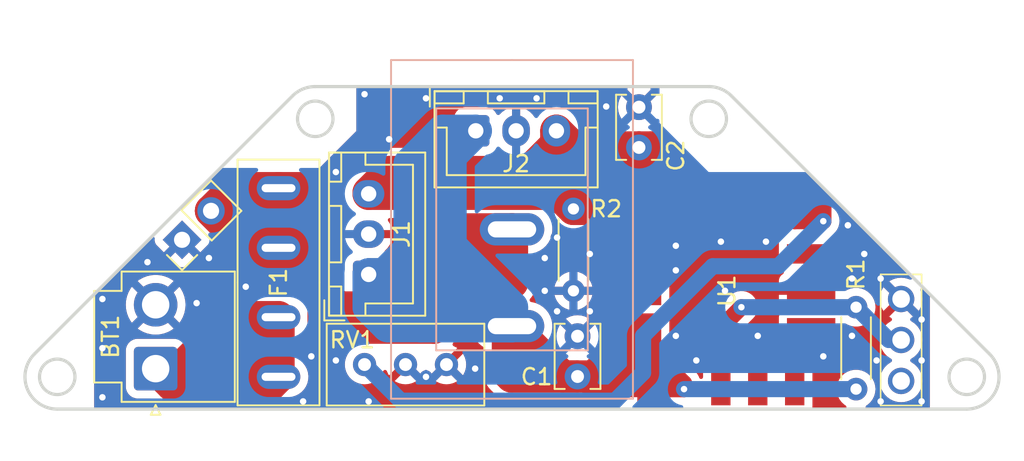
<source format=kicad_pcb>
(kicad_pcb (version 20221018) (generator pcbnew)
  (layers (0 "F.Cu" signal) (31 "B.Cu" signal) (34 "B.Paste" user) (35 "F.Paste" user) (36 "B.SilkS" user "B.Silkscreen") (37 "F.SilkS" user "F.Silkscreen") (38 "B.Mask" user) (39 "F.Mask" user) (44 "Edge.Cuts" user))
  (net 0 "")
  (net 1 "Net-(BT1-+)")
  (net 2 "GND")
  (net 3 "+12V")
  (net 4 "+5V")
  (net 5 "Net-(D1-K)")
  (net 6 "Net-(U1-ON{slash}OFF_CTRL)")
  (net 7 "Net-(U1-TRIM)")
  (footprint "Capacitor_THT:C_Disc_D3.8mm_W2.6mm_P2.50mm" (layer "F.Cu") (at 160.274 82.55 90)
    (fp_text reference "C2" (at -0.508 2.286 90) (layer "F.SilkS"))
    (fp_text value "C")
    (fp_line (start -0.77 -1.42) (end -0.77 -0.795) (stroke (width 0.12)) (layer "F.SilkS"))
    (fp_line (start -0.77 -1.42) (end 3.27 -1.42) (stroke (width 0.12)) (layer "F.SilkS"))
    (fp_line (start -0.77 0.795) (end -0.77 1.42) (stroke (width 0.12)) (layer "F.SilkS"))
    (fp_line (start -0.77 1.42) (end 3.27 1.42) (stroke (width 0.12)) (layer "F.SilkS"))
    (fp_line (start 3.27 -1.42) (end 3.27 -0.795) (stroke (width 0.12)) (layer "F.SilkS"))
    (fp_line (start 3.27 0.795) (end 3.27 1.42) (stroke (width 0.12)) (layer "F.SilkS"))
    (pad "1" thru_hole circle (at 0 0 90) (size 1.6 1.6) (drill 0.8) (layers "*.Cu" "*.Mask") (net 4 "+5V"))
    (pad "2" thru_hole circle (at 2.5 0 90) (size 1.6 1.6) (drill 0.8) (layers "*.Cu" "*.Mask") (net 2 "GND"))
  )
  (footprint "Capacitor_THT:C_Disc_D3.8mm_W2.6mm_P2.50mm" (layer "F.Cu") (at 156.464 96.754 90)
    (fp_text reference "C1" (at -0.02 -2.54 180) (layer "F.SilkS"))
    (fp_text value "C")
    (fp_line (start -0.77 -1.42) (end -0.77 -0.795) (stroke (width 0.12)) (layer "F.SilkS"))
    (fp_line (start -0.77 -1.42) (end 3.27 -1.42) (stroke (width 0.12)) (layer "F.SilkS"))
    (fp_line (start -0.77 0.795) (end -0.77 1.42) (stroke (width 0.12)) (layer "F.SilkS"))
    (fp_line (start -0.77 1.42) (end 3.27 1.42) (stroke (width 0.12)) (layer "F.SilkS"))
    (fp_line (start 3.27 -1.42) (end 3.27 -0.795) (stroke (width 0.12)) (layer "F.SilkS"))
    (fp_line (start 3.27 0.795) (end 3.27 1.42) (stroke (width 0.12)) (layer "F.SilkS"))
    (pad "1" thru_hole circle (at 0 0 90) (size 1.6 1.6) (drill 0.8) (layers "*.Cu" "*.Mask") (net 3 "+12V"))
    (pad "2" thru_hole circle (at 2.5 0 90) (size 1.6 1.6) (drill 0.8) (layers "*.Cu" "*.Mask") (net 2 "GND"))
  )
  (footprint "Resistor_THT:R_Axial_DIN0204_L3.6mm_D1.6mm_P5.08mm_Horizontal" (layer "F.Cu") (at 173.736 97.536 90)
    (fp_text reference "R1" (at 7.112 0 90) (layer "F.SilkS"))
    (fp_text value "R")
    (fp_line (start 0.62 -0.92) (end 4.46 -0.92) (stroke (width 0.12)) (layer "F.SilkS"))
    (fp_line (start 0.62 0.92) (end 4.46 0.92) (stroke (width 0.12)) (layer "F.SilkS"))
    (pad "1" thru_hole circle (at 0 0 90) (size 1.4 1.4) (drill 0.7) (layers "*.Cu" "*.Mask") (net 3 "+12V"))
    (pad "2" thru_hole oval (at 5.08 0 90) (size 1.4 1.4) (drill 0.7) (layers "*.Cu" "*.Mask") (net 6 "Net-(U1-ON{slash}OFF_CTRL)"))
  )
  (footprint "_Others:2MS1T2B4M2QES" (layer "F.Cu") (at 176.53 91.948 180)
    (fp_text reference "SW1" hide)
    (fp_text value "~" hide)
    (fp_line (start -1.27 -6.605) (end -1.27 1.525) (stroke (width 0.1)) (layer "F.SilkS"))
    (fp_line (start -1.27 1.525) (end 1.27 1.525) (stroke (width 0.1)) (layer "F.SilkS"))
    (fp_line (start 1.27 -6.605) (end -1.27 -6.605) (stroke (width 0.1)) (layer "F.SilkS"))
    (fp_line (start 1.27 1.525) (end 1.27 -6.605) (stroke (width 0.1)) (layer "F.SilkS"))
    (pad "1" thru_hole circle (at 0 0 180) (size 1.635 1.635) (drill 1.09) (layers "*.Cu" "*.Mask") (net 2 "GND"))
    (pad "2" thru_hole circle (at 0 -2.54 180) (size 1.635 1.635) (drill 1.09) (layers "*.Cu" "*.Mask") (net 6 "Net-(U1-ON{slash}OFF_CTRL)"))
    (pad "3" thru_hole circle (at 0 -5.08 180) (size 1.635 1.635) (drill 1.09) (layers "*.Cu" "*.Mask"))
  )
  (footprint "Connector_PinHeader_2.54mm:PinHeader_1x02_P2.54mm_Vertical" (layer "F.Cu") (at 131.940439 88.277562 135)
    (fp_text reference "MES1" hide)
    (fp_text value "24v MAX")
    (fp_line (start -1.33 -1.33) (end 0 -1.33) (stroke (width 0.12)) (layer "F.SilkS"))
    (fp_line (start -1.33 0) (end -1.33 -1.33) (stroke (width 0.12)) (layer "F.SilkS"))
    (fp_line (start -1.33 1.27) (end -1.33 3.87) (stroke (width 0.12)) (layer "F.SilkS"))
    (fp_line (start -1.33 1.27) (end 1.33 1.27) (stroke (width 0.12)) (layer "F.SilkS"))
    (fp_line (start -1.33 3.87) (end 1.33 3.87) (stroke (width 0.12)) (layer "F.SilkS"))
    (fp_line (start 1.33 1.27) (end 1.33 3.87) (stroke (width 0.12)) (layer "F.SilkS"))
    (pad "1" thru_hole rect (at 0 0 135) (size 1.7 1.7) (drill 1) (layers "*.Cu" "*.Mask") (net 2 "GND"))
    (pad "2" thru_hole oval (at 0 2.54 135) (size 1.7 1.7) (drill 1) (layers "*.Cu" "*.Mask") (net 5 "Net-(D1-K)"))
  )
  (footprint "Connector_JST:JST_XH_B3B-XH-A_1x03_P2.50mm_Vertical" (layer "F.Cu") (at 143.51 90.424 90)
    (fp_text reference "J1" (at 2.5 2.032 90) (layer "F.SilkS"))
    (fp_text value "Conn_01x03_Socket" hide)
    (fp_line (start -2.85 -2.75) (end -2.85 -1.5) (stroke (width 0.12)) (layer "F.SilkS"))
    (fp_line (start -2.56 -2.46) (end -2.56 3.51) (stroke (width 0.12)) (layer "F.SilkS"))
    (fp_line (start -2.56 3.51) (end 7.56 3.51) (stroke (width 0.12)) (layer "F.SilkS"))
    (fp_line (start -2.55 -2.45) (end -2.55 -1.7) (stroke (width 0.12)) (layer "F.SilkS"))
    (fp_line (start -2.55 -1.7) (end -0.75 -1.7) (stroke (width 0.12)) (layer "F.SilkS"))
    (fp_line (start -2.55 -0.2) (end -1.8 -0.2) (stroke (width 0.12)) (layer "F.SilkS"))
    (fp_line (start -1.8 -0.2) (end -1.8 2.75) (stroke (width 0.12)) (layer "F.SilkS"))
    (fp_line (start -1.8 2.75) (end 2.5 2.75) (stroke (width 0.12)) (layer "F.SilkS"))
    (fp_line (start -1.6 -2.75) (end -2.85 -2.75) (stroke (width 0.12)) (layer "F.SilkS"))
    (fp_line (start -0.75 -2.45) (end -2.55 -2.45) (stroke (width 0.12)) (layer "F.SilkS"))
    (fp_line (start -0.75 -1.7) (end -0.75 -2.45) (stroke (width 0.12)) (layer "F.SilkS"))
    (fp_line (start 0.75 -2.45) (end 0.75 -1.7) (stroke (width 0.12)) (layer "F.SilkS"))
    (fp_line (start 0.75 -1.7) (end 4.25 -1.7) (stroke (width 0.12)) (layer "F.SilkS"))
    (fp_line (start 4.25 -2.45) (end 0.75 -2.45) (stroke (width 0.12)) (layer "F.SilkS"))
    (fp_line (start 4.25 -1.7) (end 4.25 -2.45) (stroke (width 0.12)) (layer "F.SilkS"))
    (fp_line (start 5.75 -2.45) (end 5.75 -1.7) (stroke (width 0.12)) (layer "F.SilkS"))
    (fp_line (start 5.75 -1.7) (end 7.55 -1.7) (stroke (width 0.12)) (layer "F.SilkS"))
    (fp_line (start 6.8 -0.2) (end 6.8 2.75) (stroke (width 0.12)) (layer "F.SilkS"))
    (fp_line (start 6.8 2.75) (end 2.5 2.75) (stroke (width 0.12)) (layer "F.SilkS"))
    (fp_line (start 7.55 -2.45) (end 5.75 -2.45) (stroke (width 0.12)) (layer "F.SilkS"))
    (fp_line (start 7.55 -1.7) (end 7.55 -2.45) (stroke (width 0.12)) (layer "F.SilkS"))
    (fp_line (start 7.55 -0.2) (end 6.8 -0.2) (stroke (width 0.12)) (layer "F.SilkS"))
    (fp_line (start 7.56 -2.46) (end -2.56 -2.46) (stroke (width 0.12)) (layer "F.SilkS"))
    (fp_line (start 7.56 3.51) (end 7.56 -2.46) (stroke (width 0.12)) (layer "F.SilkS"))
    (pad "1" thru_hole roundrect (at 0 0 90) (size 1.7 1.95) (drill 0.95) (layers "*.Cu" "*.Mask") (roundrect_rratio 0.1470588235) (net 3 "+12V"))
    (pad "2" thru_hole oval (at 2.5 0 90) (size 1.7 1.95) (drill 0.95) (layers "*.Cu" "*.Mask") (net 2 "GND"))
    (pad "3" thru_hole oval (at 5 0 90) (size 1.7 1.95) (drill 0.95) (layers "*.Cu" "*.Mask") (net 4 "+5V"))
  )
  (footprint "Fuse_Socket:fuse_socket" (layer "F.Cu") (at 135.382 90.924 90)
    (fp_text reference "F1" (at -0.008 2.54 90) (layer "F.SilkS"))
    (fp_text value "20A")
    (fp_line (start -7.62 0) (end -7.62 5.08) (stroke (width 0.12)) (layer "F.SilkS"))
    (fp_line (start -7.62 5.08) (end 0 5.08) (stroke (width 0.12)) (layer "F.SilkS"))
    (fp_line (start 0 0) (end -7.62 0) (stroke (width 0.12)) (layer "F.SilkS"))
    (fp_line (start 0 5.08) (end 7.62 5.08) (stroke (width 0.12)) (layer "F.SilkS"))
    (fp_line (start 7.62 0) (end 0 0) (stroke (width 0.12)) (layer "F.SilkS"))
    (fp_line (start 7.62 5.08) (end 7.62 0) (stroke (width 0.12)) (layer "F.SilkS"))
    (pad "1" thru_hole oval (at -5.85 2.54 90) (size 1.5 2.7) (drill oval 0.5 2.1) (layers "*.Cu" "*.Mask") (net 1 "Net-(BT1-+)"))
    (pad "1" thru_hole oval (at -2.15 2.54 90) (size 1.5 2.7) (drill oval 0.5 2.1) (layers "*.Cu" "*.Mask") (net 1 "Net-(BT1-+)"))
    (pad "2" thru_hole oval (at 2.15 2.54 90) (size 1.5 2.7) (drill oval 0.5 2.1) (layers "*.Cu" "*.Mask") (net 5 "Net-(D1-K)"))
    (pad "2" thru_hole oval (at 5.85 2.54 90) (size 1.5 2.7) (drill oval 0.5 2.1) (layers "*.Cu" "*.Mask") (net 5 "Net-(D1-K)"))
  )
  (footprint "Resistor_THT:R_Axial_DIN0204_L3.6mm_D1.6mm_P5.08mm_Horizontal" (layer "F.Cu") (at 156.21 86.36 -90)
    (fp_text reference "R2" (at 0 -2.032 -180) (layer "F.SilkS"))
    (fp_text value "R")
    (fp_line (start 0.62 -0.92) (end 4.46 -0.92) (stroke (width 0.12)) (layer "F.SilkS"))
    (fp_line (start 0.62 0.92) (end 4.46 0.92) (stroke (width 0.12)) (layer "F.SilkS"))
    (pad "1" thru_hole circle (at 0 0 270) (size 1.4 1.4) (drill 0.7) (layers "*.Cu" "*.Mask") (net 4 "+5V"))
    (pad "2" thru_hole oval (at 5.08 0 270) (size 1.4 1.4) (drill 0.7) (layers "*.Cu" "*.Mask") (net 2 "GND"))
  )
  (footprint "Connector_JST:JST_VH_B2P-VH_1x02_P3.96mm_Vertical" (layer "F.Cu") (at 130.302 96.266 90)
    (fp_text reference "BT1" (at 1.98 -2.794 90) (layer "F.SilkS"))
    (fp_text value "3Sell 1300mAh")
    (fp_line (start -2.86 -0.3) (end -2.26 0) (stroke (width 0.12)) (layer "F.SilkS"))
    (fp_line (start -2.86 0.3) (end -2.86 -0.3) (stroke (width 0.12)) (layer "F.SilkS"))
    (fp_line (start -2.26 0) (end -2.86 0.3) (stroke (width 0.12)) (layer "F.SilkS"))
    (fp_line (start -2.06 -2.11) (end -0.86 -2.11) (stroke (width 0.12)) (layer "F.SilkS"))
    (fp_line (start -2.06 4.91) (end -2.06 -2.11) (stroke (width 0.12)) (layer "F.SilkS"))
    (fp_line (start -0.86 -3.81) (end 4.82 -3.81) (stroke (width 0.12)) (layer "F.SilkS"))
    (fp_line (start -0.86 -2.11) (end -0.86 -3.81) (stroke (width 0.12)) (layer "F.SilkS"))
    (fp_line (start 4.82 -3.81) (end 4.82 -2.11) (stroke (width 0.12)) (layer "F.SilkS"))
    (fp_line (start 4.82 -2.11) (end 6.02 -2.11) (stroke (width 0.12)) (layer "F.SilkS"))
    (fp_line (start 6.02 -2.11) (end 6.02 4.91) (stroke (width 0.12)) (layer "F.SilkS"))
    (fp_line (start 6.02 4.91) (end -2.06 4.91) (stroke (width 0.12)) (layer "F.SilkS"))
    (pad "1" thru_hole roundrect (at 0 0 90) (size 2.7 2.7) (drill 1.7) (layers "*.Cu" "*.Mask") (roundrect_rratio 0.09259296296) (net 1 "Net-(BT1-+)"))
    (pad "2" thru_hole circle (at 3.96 0 90) (size 2.7 2.7) (drill 1.7) (layers "*.Cu" "*.Mask") (net 2 "GND"))
  )
  (footprint "Connector_JST:JST_XH_B3B-XH-A_1x03_P2.50mm_Vertical" (layer "F.Cu") (at 150.154 81.517)
    (fp_text reference "J2" (at 2.5 2.049) (layer "F.SilkS"))
    (fp_text value "Conn_01x03_Socket" hide)
    (fp_line (start -2.85 -2.75) (end -2.85 -1.5) (stroke (width 0.12)) (layer "F.SilkS"))
    (fp_line (start -2.56 -2.46) (end -2.56 3.51) (stroke (width 0.12)) (layer "F.SilkS"))
    (fp_line (start -2.56 3.51) (end 7.56 3.51) (stroke (width 0.12)) (layer "F.SilkS"))
    (fp_line (start -2.55 -2.45) (end -2.55 -1.7) (stroke (width 0.12)) (layer "F.SilkS"))
    (fp_line (start -2.55 -1.7) (end -0.75 -1.7) (stroke (width 0.12)) (layer "F.SilkS"))
    (fp_line (start -2.55 -0.2) (end -1.8 -0.2) (stroke (width 0.12)) (layer "F.SilkS"))
    (fp_line (start -1.8 -0.2) (end -1.8 2.75) (stroke (width 0.12)) (layer "F.SilkS"))
    (fp_line (start -1.8 2.75) (end 2.5 2.75) (stroke (width 0.12)) (layer "F.SilkS"))
    (fp_line (start -1.6 -2.75) (end -2.85 -2.75) (stroke (width 0.12)) (layer "F.SilkS"))
    (fp_line (start -0.75 -2.45) (end -2.55 -2.45) (stroke (width 0.12)) (layer "F.SilkS"))
    (fp_line (start -0.75 -1.7) (end -0.75 -2.45) (stroke (width 0.12)) (layer "F.SilkS"))
    (fp_line (start 0.75 -2.45) (end 0.75 -1.7) (stroke (width 0.12)) (layer "F.SilkS"))
    (fp_line (start 0.75 -1.7) (end 4.25 -1.7) (stroke (width 0.12)) (layer "F.SilkS"))
    (fp_line (start 4.25 -2.45) (end 0.75 -2.45) (stroke (width 0.12)) (layer "F.SilkS"))
    (fp_line (start 4.25 -1.7) (end 4.25 -2.45) (stroke (width 0.12)) (layer "F.SilkS"))
    (fp_line (start 5.75 -2.45) (end 5.75 -1.7) (stroke (width 0.12)) (layer "F.SilkS"))
    (fp_line (start 5.75 -1.7) (end 7.55 -1.7) (stroke (width 0.12)) (layer "F.SilkS"))
    (fp_line (start 6.8 -0.2) (end 6.8 2.75) (stroke (width 0.12)) (layer "F.SilkS"))
    (fp_line (start 6.8 2.75) (end 2.5 2.75) (stroke (width 0.12)) (layer "F.SilkS"))
    (fp_line (start 7.55 -2.45) (end 5.75 -2.45) (stroke (width 0.12)) (layer "F.SilkS"))
    (fp_line (start 7.55 -1.7) (end 7.55 -2.45) (stroke (width 0.12)) (layer "F.SilkS"))
    (fp_line (start 7.55 -0.2) (end 6.8 -0.2) (stroke (width 0.12)) (layer "F.SilkS"))
    (fp_line (start 7.56 -2.46) (end -2.56 -2.46) (stroke (width 0.12)) (layer "F.SilkS"))
    (fp_line (start 7.56 3.51) (end 7.56 -2.46) (stroke (width 0.12)) (layer "F.SilkS"))
    (pad "1" thru_hole roundrect (at 0 0) (size 1.7 1.95) (drill 0.95) (layers "*.Cu" "*.Mask") (roundrect_rratio 0.1470588235) (net 3 "+12V"))
    (pad "2" thru_hole oval (at 2.5 0) (size 1.7 1.95) (drill 0.95) (layers "*.Cu" "*.Mask") (net 2 "GND"))
    (pad "3" thru_hole oval (at 5 0) (size 1.7 1.95) (drill 0.95) (layers "*.Cu" "*.Mask") (net 4 "+5V"))
  )
  (footprint "Potentiometer_THT:Potentiometer_Bourns_3296W_Vertical" (layer "F.Cu") (at 148.336 96.012)
    (fp_text reference "RV1" (at -5.842 -1.524) (layer "F.SilkS"))
    (fp_text value "R_Potentiometer_Trim_US")
    (fp_line (start -7.425 -2.53) (end -7.425 2.54) (stroke (width 0.12)) (layer "F.SilkS"))
    (fp_line (start -7.425 -2.53) (end 2.345 -2.53) (stroke (width 0.12)) (layer "F.SilkS"))
    (fp_line (start -7.425 2.54) (end 2.345 2.54) (stroke (width 0.12)) (layer "F.SilkS"))
    (fp_line (start 2.345 -2.53) (end 2.345 2.54) (stroke (width 0.12)) (layer "F.SilkS"))
    (pad "1" thru_hole circle (at 0 0) (size 1.44 1.44) (drill 0.8) (layers "*.Cu" "*.Mask") (net 2 "GND"))
    (pad "2" thru_hole circle (at -2.54 0) (size 1.44 1.44) (drill 0.8) (layers "*.Cu" "*.Mask") (net 2 "GND"))
    (pad "3" thru_hole circle (at -5.08 0) (size 1.44 1.44) (drill 0.8) (layers "*.Cu" "*.Mask") (net 7 "Net-(U1-TRIM)"))
  )
  (footprint "Lib:DCDC-murata-6A" (layer "F.Cu") (at 171.45 97.54 90)
    (fp_text reference "U1" (at 6.096 -5.715 90) (layer "F.SilkS"))
    (fp_text value "OKL-T_6-W12N-C")
    (pad "1" smd trapezoid (at 0.5 -6.1 90) (size 3 1.2) (layers "F.Cu" "F.Paste" "F.Mask") (net 6 "Net-(U1-ON{slash}OFF_CTRL)"))
    (pad "2" smd trapezoid (at 0.5 -10.68 90) (size 3 1.2) (layers "F.Cu" "F.Paste" "F.Mask") (net 3 "+12V"))
    (pad "2" smd trapezoid (at 2.665 -10.68 90) (size 4.07 1.77) (layers "F.Cu" "F.Paste" "F.Mask") (net 3 "+12V"))
    (pad "2" smd trapezoid (at 3.81 -11.7 90) (size 1.2 3) (layers "F.Cu" "F.Paste" "F.Mask") (net 3 "+12V"))
    (pad "3" smd trapezoid (at 6.1 -11.7 90) (size 1.2 3) (layers "F.Cu" "F.Paste" "F.Mask") (net 2 "GND"))
    (pad "3" smd trapezoid (at 7.245 -10.68 90) (size 4.07 1.77) (layers "F.Cu" "F.Paste" "F.Mask") (net 2 "GND"))
    (pad "3" smd trapezoid (at 8.39 -11.7 90) (size 1.2 3) (layers "F.Cu" "F.Paste" "F.Mask") (net 2 "GND"))
    (pad "4" smd trapezoid (at 10.7 -9.535 90) (size 1.77 4.07) (layers "F.Cu" "F.Paste" "F.Mask") (net 4 "+5V"))
    (pad "4" smd trapezoid (at 11.7 -10.68 90) (size 3 1.2) (layers "F.Cu" "F.Paste" "F.Mask") (net 4 "+5V"))
    (pad "5" smd trapezoid (at 11.7 -6.1 90) (size 3 1.2) (layers "F.Cu" "F.Paste" "F.Mask") (net 4 "+5V"))
    (pad "6" smd trapezoid (at 11.7 -1.52 90) (size 3 1.2) (layers "F.Cu" "F.Paste" "F.Mask") (net 7 "Net-(U1-TRIM)"))
    (pad "7" smd trapezoid (at 6.1 -0.5 90) (size 1.2 3) (layers "F.Cu" "F.Paste" "F.Mask") (net 2 "GND"))
    (pad "8" smd trapezoid (at 3.81 -0.5 90) (size 1.2 3) (layers "F.Cu" "F.Paste" "F.Mask"))
    (pad "9" smd trapezoid (at 0.5 -1.52 90) (size 3 1.2) (layers "F.Cu" "F.Paste" "F.Mask"))
    (pad "10" smd trapezoid (at 0.5 -3.81 90) (size 3 1.2) (layers "F.Cu" "F.Paste" "F.Mask"))
    (pad "11" smd trapezoid (at 12.45 -3.81 90) (size 1.5 1.2) (layers "F.Cu" "F.Paste" "F.Mask"))
    (pad "12" smd trapezoid (at 8.39 -0.5 90) (size 1.2 3) (layers "F.Cu" "F.Paste" "F.Mask"))
    (pad "13" smd trapezoid (at 10.7 -3.81 90) (size 1 1.2) (layers "F.Cu" "F.Paste" "F.Mask"))
  )
  (footprint "_Others:DS-850k" (layer "B.Cu") (at 152.4 87.63 90)
    (fp_text reference "SW2" hide)
    (fp_text value "5A")
    (fp_line (start -10.5 -7.5) (end 10.5 -7.5) (stroke (width 0.12)) (layer "B.SilkS"))
    (fp_line (start -10.5 7.5) (end -10.5 -7.5) (stroke (width 0.12)) (layer "B.SilkS"))
    (fp_line (start -7.5 -4.7) (end 7.5 -4.7) (stroke (width 0.12)) (layer "B.SilkS"))
    (fp_line (start -7.5 4.7) (end -7.5 -4.7) (stroke (width 0.12)) (layer "B.SilkS"))
    (fp_line (start 7.5 -4.7) (end 7.5 0) (stroke (width 0.12)) (layer "B.SilkS"))
    (fp_line (start 7.5 0) (end 7.5 4.7) (stroke (width 0.12)) (layer "B.SilkS"))
    (fp_line (start 7.5 4.7) (end -7.5 4.7) (stroke (width 0.12)) (layer "B.SilkS"))
    (fp_line (start 10.5 -7.5) (end 10.5 0) (stroke (width 0.12)) (layer "B.SilkS"))
    (fp_line (start 10.5 0) (end 10.5 7.5) (stroke (width 0.12)) (layer "B.SilkS"))
    (fp_line (start 10.5 7.5) (end -10.5 7.5) (stroke (width 0.12)) (layer "B.SilkS"))
    (pad "1" thru_hole oval (at 0 0) (size 4 2) (drill oval 3 1) (layers "*.Cu" "*.Mask") (net 5 "Net-(D1-K)"))
    (pad "2" thru_hole oval (at -6 0) (size 4 2) (drill oval 3 1) (layers "*.Cu" "*.Mask") (net 3 "+12V"))
  )
  (gr_circle (center 180.601011 96.774) (end 179.501011 96.774) (stroke (width 0.2)) (fill none) (layer "Edge.Cuts"))
  (gr_arc (start 124.198989 98.774) (mid 122.35124 97.539365) (end 122.784775 95.359786) (stroke (width 0.2)) (layer "Edge.Cuts"))
  (gr_line (start 182.015225 95.359786) (end 166.015224 79.359785) (stroke (width 0.2)) (layer "Edge.Cuts"))
  (gr_line (start 164.60101 78.773999) (end 140.19899 78.773999) (stroke (width 0.2)) (layer "Edge.Cuts"))
  (gr_arc (start 182.015225 95.359786) (mid 182.44877 97.539366) (end 180.601011 98.774) (stroke (width 0.2)) (layer "Edge.Cuts"))
  (gr_arc (start 164.60101 78.773999) (mid 165.366377 78.92624) (end 166.015224 79.359785) (stroke (width 0.2)) (layer "Edge.Cuts"))
  (gr_arc (start 138.784776 79.359785) (mid 139.433622 78.926236) (end 140.19899 78.773999) (stroke (width 0.2)) (layer "Edge.Cuts"))
  (gr_line (start 138.784776 79.359785) (end 122.784775 95.359786) (stroke (width 0.2)) (layer "Edge.Cuts"))
  (gr_circle (center 164.60101 80.773999) (end 163.50101 80.773999) (stroke (width 0.2)) (fill none) (layer "Edge.Cuts"))
  (gr_circle (center 124.198989 96.774) (end 123.098989 96.774) (stroke (width 0.2)) (fill none) (layer "Edge.Cuts"))
  (gr_line (start 124.198989 98.774) (end 180.601011 98.774) (stroke (width 0.2)) (layer "Edge.Cuts"))
  (gr_circle (center 140.19899 80.773999) (end 139.09899 80.773999) (stroke (width 0.2)) (fill none) (layer "Edge.Cuts"))
  (segment (start 133.731 94.361) (end 135.018 93.074) (width 2) (layer "F.Cu") (net 1))
  (segment (start 130.302 96.266) (end 137.414 96.266) (width 2) (layer "F.Cu") (net 1))
  (segment (start 131.826 96.266) (end 133.731 94.361) (width 2) (layer "F.Cu") (net 1))
  (segment (start 137.414 96.266) (end 137.922 96.774) (width 2) (layer "F.Cu") (net 1))
  (segment (start 136.398 94.742) (end 136.017 94.361) (width 2) (layer "F.Cu") (net 1))
  (segment (start 136.017 94.361) (end 133.731 94.361) (width 2) (layer "F.Cu") (net 1))
  (segment (start 135.018 93.074) (end 137.922 93.074) (width 2) (layer "F.Cu") (net 1))
  (segment (start 134.874 96.266) (end 136.398 94.742) (width 2) (layer "F.Cu") (net 1))
  (segment (start 130.302 96.266) (end 131.318 97.282) (width 2) (layer "F.Cu") (net 1))
  (segment (start 137.922 96.774) (end 137.922 93.074) (width 2) (layer "F.Cu") (net 1))
  (segment (start 131.318 97.282) (end 137.414 97.282) (width 2) (layer "F.Cu") (net 1))
  (segment (start 130.302 96.266) (end 134.874 96.266) (width 2) (layer "F.Cu") (net 1))
  (segment (start 130.302 96.266) (end 131.826 96.266) (width 2) (layer "F.Cu") (net 1))
  (segment (start 137.414 97.282) (end 137.922 96.774) (width 2) (layer "F.Cu") (net 1))
  (via (at 133.604 89.408) (size 0.8) (drill 0.4) (layers "F.Cu" "B.Cu") (net 2))
  (via (at 175.006 95.758) (size 0.8) (drill 0.4) (layers "F.Cu" "B.Cu") (net 2))
  (via (at 173.482 90.678) (size 0.8) (drill 0.4) (layers "F.Cu" "B.Cu") (net 2))
  (via (at 175.26 90.678) (size 0.8) (drill 0.4) (layers "F.Cu" "B.Cu") (net 2))
  (via (at 127 98.044) (size 0.8) (drill 0.4) (layers "F.Cu" "B.Cu") (net 2))
  (via (at 143.51 98.298) (size 0.8) (drill 0.4) (layers "F.Cu" "B.Cu") (net 2))
  (via (at 175.26 98.298) (size 0.8) (drill 0.4) (layers "F.Cu" "B.Cu") (net 2))
  (via (at 127 91.948) (size 0.8) (drill 0.4) (layers "F.Cu" "B.Cu") (net 2))
  (via (at 155.194 92.71) (size 0.8) (drill 0.4) (layers "F.Cu" "B.Cu") (net 2))
  (via (at 157.226 92.71) (size 0.8) (drill 0.4) (layers "F.Cu" "B.Cu") (net 2))
  (via (at 157.226 89.154) (size 0.8) (drill 0.4) (layers "F.Cu" "B.Cu") (net 2))
  (via (at 177.8 98.298) (size 0.8) (drill 0.4) (layers "F.Cu" "B.Cu") (net 2))
  (via (at 154.432 89.408) (size 0.8) (drill 0.4) (layers "F.Cu" "B.Cu") (net 2))
  (via (at 167.64 94.234) (size 0.8) (drill 0.4) (layers "F.Cu" "B.Cu") (net 2))
  (via (at 168.148 88.392) (size 0.8) (drill 0.4) (layers "F.Cu" "B.Cu") (net 2))
  (via (at 155.194 88.138) (size 0.8) (drill 0.4) (layers "F.Cu" "B.Cu") (net 2))
  (via (at 171.704 95.504) (size 0.8) (drill 0.4) (layers "F.Cu" "B.Cu") (net 2))
  (via (at 132.842 92.202) (size 0.8) (drill 0.4) (layers "F.Cu" "B.Cu") (net 2))
  (via (at 158.242 80.01) (size 0.8) (drill 0.4) (layers "F.Cu" "B.Cu") (net 2))
  (via (at 154.432 91.44) (size 0.8) (drill 0.4) (layers "F.Cu" "B.Cu") (net 2))
  (via (at 173.228 87.376) (size 0.8) (drill 0.4) (layers "F.Cu" "B.Cu") (net 2))
  (via (at 139.446 98.298) (size 0.8) (drill 0.4) (layers "F.Cu" "B.Cu") (net 2))
  (via (at 127 94.996) (size 0.8) (drill 0.4) (layers "F.Cu" "B.Cu") (net 2))
  (via (at 174.244 89.154) (size 0.8) (drill 0.4) (layers "F.Cu" "B.Cu") (net 2))
  (via (at 162.56 88.646) (size 0.8) (drill 0.4) (layers "F.Cu" "B.Cu") (net 2))
  (via (at 147.066 79.502) (size 0.8) (drill 0.4) (layers "F.Cu" "B.Cu") (net 2))
  (via (at 150.114 96.266) (size 0.8) (drill 0.4) (layers "F.Cu" "B.Cu") (net 2))
  (via (at 153.924 79.502) (size 0.8) (drill 0.4) (layers "F.Cu" "B.Cu") (net 2))
  (via (at 162.56 94.234) (size 0.8) (drill 0.4) (layers "F.Cu" "B.Cu") (net 2))
  (via (at 141.478 95.758) (size 0.8) (drill 0.4) (layers "F.Cu" "B.Cu") (net 2))
  (via (at 177.8 93.218) (size 0.8) (drill 0.4) (layers "F.Cu" "B.Cu") (net 2))
  (via (at 165.608 91.44) (size 0.8) (drill 0.4) (layers "F.Cu" "B.Cu") (net 2))
  (via (at 162.56 90.17) (size 0.8) (drill 0.4) (layers "F.Cu" "B.Cu") (net 2))
  (via (at 139.954 95.504) (size 0.8) (drill 0.4) (layers "F.Cu" "B.Cu") (net 2))
  (via (at 163.83 95.758) (size 0.8) (drill 0.4) (layers "F.Cu" "B.Cu") (net 2))
  (via (at 151.638 79.502) (size 0.8) (drill 0.4) (layers "F.Cu" "B.Cu") (net 2))
  (via (at 129.794 89.662) (size 0.8) (drill 0.4) (layers "F.Cu" "B.Cu") (net 2))
  (via (at 147.066 96.774) (size 0.8) (drill 0.4) (layers "F.Cu" "B.Cu") (net 2))
  (via (at 165.354 88.392) (size 0.8) (drill 0.4) (layers "F.Cu" "B.Cu") (net 2))
  (via (at 173.482 94.234) (size 0.8) (drill 0.4) (layers "F.Cu" "B.Cu") (net 2))
  (via (at 177.8 95.758) (size 0.8) (drill 0.4) (layers "F.Cu" "B.Cu") (net 2))
  (via (at 144.78 82.042) (size 0.8) (drill 0.4) (layers "F.Cu" "B.Cu") (net 2))
  (via (at 135.89 91.186) (size 0.8) (drill 0.4) (layers "F.Cu" "B.Cu") (net 2))
  (via (at 143.256 79.248) (size 0.8) (drill 0.4) (layers "F.Cu" "B.Cu") (net 2))
  (via (at 141.478 84.074) (size 0.8) (drill 0.4) (layers "F.Cu" "B.Cu") (net 2))
  (segment (start 157.48 96.754) (end 158.008 97.282) (width 1) (layer "F.Cu") (net 3))
  (segment (start 163.068 97.536) (end 162.02 97.536) (width 1) (layer "F.Cu") (net 3))
  (segment (start 163.068 97.536) (end 157.246 97.536) (width 1) (layer "F.Cu") (net 3))
  (segment (start 157.246 97.536) (end 156.464 96.754) (width 1) (layer "F.Cu") (net 3))
  (segment (start 156.464 96.754) (end 157.48 96.754) (width 2) (layer "F.Cu") (net 3))
  (segment (start 152.4 93.63) (end 155.524 96.754) (width 2) (layer "F.Cu") (net 3))
  (segment (start 152.4 93.63) (end 152.146 93.884) (width 2) (layer "F.Cu") (net 3))
  (segment (start 163.068 97.173) (end 160.77 94.875) (width 1) (layer "F.Cu") (net 3))
  (segment (start 152.146 96.52) (end 152.38 96.754) (width 2) (layer "F.Cu") (net 3))
  (segment (start 162.02 97.536) (end 159.359 94.875) (width 1) (layer "F.Cu") (net 3))
  (segment (start 155.524 96.754) (end 156.464 96.754) (width 2) (layer "F.Cu") (net 3))
  (segment (start 152.146 93.884) (end 152.146 96.52) (width 2) (layer "F.Cu") (net 3))
  (segment (start 157.48 96.754) (end 159.278 96.754) (width 2) (layer "F.Cu") (net 3))
  (segment (start 160.528 97.282) (end 160.77 97.04) (width 1) (layer "F.Cu") (net 3))
  (segment (start 163.068 97.536) (end 163.068 97.173) (width 1) (layer "F.Cu") (net 3))
  (segment (start 158.008 97.282) (end 160.528 97.282) (width 1) (layer "F.Cu") (net 3))
  (segment (start 152.38 96.754) (end 156.464 96.754) (width 2) (layer "F.Cu") (net 3))
  (segment (start 157.48 96.754) (end 159.359 94.875) (width 2) (layer "F.Cu") (net 3))
  (segment (start 159.278 96.754) (end 159.766 96.266) (width 2) (layer "F.Cu") (net 3))
  (via (at 163.068 97.536) (size 0.8) (drill 0.4) (layers "F.Cu" "B.Cu") (net 3))
  (segment (start 146.05 88.859) (end 144.485 90.424) (width 2) (layer "B.Cu") (net 3))
  (segment (start 150.154 81.517) (end 148.59 83.081) (width 2) (layer "B.Cu") (net 3))
  (segment (start 148.59 83.081) (end 148.59 88.9) (width 2) (layer "B.Cu") (net 3))
  (segment (start 150.114 93.63) (end 148.844 93.63) (width 2) (layer "B.Cu") (net 3))
  (segment (start 145.288 90.424) (end 147.32 88.392) (width 2) (layer "B.Cu") (net 3))
  (segment (start 148.59 89.916) (end 152.304 93.63) (width 2) (layer "B.Cu") (net 3))
  (segment (start 143.51 90.424) (end 145.288 90.424) (width 2) (layer "B.Cu") (net 3))
  (segment (start 146.908 90.424) (end 150.114 93.63) (width 2) (layer "B.Cu") (net 3))
  (segment (start 144.684 93.63) (end 152.4 93.63) (width 2) (layer "B.Cu") (net 3))
  (segment (start 147.32 88.392) (end 147.32 90.424) (width 2) (layer "B.Cu") (net 3))
  (segment (start 146.716 93.63) (end 143.51 90.424) (width 2) (layer "B.Cu") (net 3))
  (segment (start 152.304 93.63) (end 152.4 93.63) (width 2) (layer "B.Cu") (net 3))
  (segment (start 143.51 92.456) (end 144.684 93.63) (width 2) (layer "B.Cu") (net 3))
  (segment (start 147.32 90.424) (end 143.51 90.424) (width 2) (layer "B.Cu") (net 3))
  (segment (start 143.51 90.424) (end 146.908 90.424) (width 2) (layer "B.Cu") (net 3))
  (segment (start 152.4 92.456) (end 148.844 88.9) (width 2) (layer "B.Cu") (net 3))
  (segment (start 148.844 88.9) (end 148.59 88.9) (width 2) (layer "B.Cu") (net 3))
  (segment (start 143.51 90.424) (end 145.638 90.424) (width 2) (layer "B.Cu") (net 3))
  (segment (start 147.32 82.296) (end 147.32 88.392) (width 2) (layer "B.Cu") (net 3))
  (segment (start 152.4 93.63) (end 152.4 92.456) (width 2) (layer "B.Cu") (net 3))
  (segment (start 146.05 83.566) (end 146.05 88.859) (width 2) (layer "B.Cu") (net 3))
  (segment (start 144.485 90.424) (end 143.51 90.424) (width 2) (layer "B.Cu") (net 3))
  (segment (start 145.638 90.424) (end 148.844 93.63) (width 2) (layer "B.Cu") (net 3))
  (segment (start 148.099 81.517) (end 146.05 83.566) (width 2) (layer "B.Cu") (net 3))
  (segment (start 173.736 97.536) (end 163.068 97.536) (width 1) (layer "B.Cu") (net 3))
  (segment (start 143.51 90.424) (end 143.51 92.456) (width 2) (layer "B.Cu") (net 3))
  (segment (start 148.59 88.9) (end 148.59 89.916) (width 2) (layer "B.Cu") (net 3))
  (segment (start 150.154 81.517) (end 148.099 81.517) (width 2) (layer "B.Cu") (net 3))
  (segment (start 148.844 93.63) (end 146.716 93.63) (width 2) (layer "B.Cu") (net 3))
  (segment (start 148.099 81.517) (end 147.32 82.296) (width 2) (layer "B.Cu") (net 3))
  (segment (start 152.4 93.63) (end 150.114 93.63) (width 2) (layer "B.Cu") (net 3))
  (segment (start 143.51 85.424) (end 155.274 85.424) (width 2) (layer "F.Cu") (net 4))
  (segment (start 157.965 84.328) (end 160.77 84.328) (width 2) (layer "F.Cu") (net 4))
  (segment (start 161.036 82.55) (end 160.274 82.55) (width 2) (layer "F.Cu") (net 4))
  (segment (start 157.976 85.84) (end 160.77 85.84) (width 2) (layer "F.Cu") (net 4))
  (segment (start 143.51 85.424) (end 143.51 85.344) (width 2) (layer "F.Cu") (net 4))
  (segment (start 156.187 82.55) (end 160.274 82.55) (width 2) (layer "F.Cu") (net 4))
  (segment (start 160.77 83.046) (end 160.274 82.55) (width 2) (layer "F.Cu") (net 4))
  (segment (start 155.154 81.517) (end 157.965 84.328) (width 2) (layer "F.Cu") (net 4))
  (segment (start 143.51 85.344) (end 144.78 84.074) (width 2) (layer "F.Cu") (net 4))
  (segment (start 160.77 85.09) (end 160.77 84.328) (width 2) (layer "F.Cu") (net 4))
  (segment (start 153.416 84.074) (end 155.154 82.336) (width 2) (layer "F.Cu") (net 4))
  (segment (start 155.154 81.517) (end 155.154 85.304) (width 2) (layer "F.Cu") (net 4))
  (segment (start 163.576 85.09) (end 160.77 85.09) (width 2) (layer "F.Cu") (net 4))
  (segment (start 156.21 86.36) (end 164.83 86.36) (width 2) (layer "F.Cu") (net 4))
  (segment (start 155.154 81.517) (end 156.187 82.55) (width 2) (layer "F.Cu") (net 4))
  (segment (start 156.21 84.074) (end 157.976 85.84) (width 2) (layer "F.Cu") (net 4))
  (segment (start 155.154 85.304) (end 156.21 86.36) (width 2) (layer "F.Cu") (net 4))
  (segment (start 144.78 84.074) (end 153.416 84.074) (width 2) (layer "F.Cu") (net 4))
  (segment (start 160.77 84.328) (end 160.77 83.046) (width 2) (layer "F.Cu") (net 4))
  (segment (start 155.154 82.336) (end 155.154 81.517) (width 2) (layer "F.Cu") (net 4))
  (segment (start 155.274 85.424) (end 156.21 86.36) (width 2) (layer "F.Cu") (net 4))
  (segment (start 160.77 85.84) (end 160.77 85.09) (width 2) (layer "F.Cu") (net 4))
  (segment (start 163.83 85.344) (end 163.576 85.09) (width 2) (layer "F.Cu") (net 4))
  (segment (start 163.83 85.344) (end 161.036 82.55) (width 2) (layer "F.Cu") (net 4))
  (segment (start 164.846 85.344) (end 163.83 85.344) (width 2) (layer "F.Cu") (net 4))
  (segment (start 140.208 91.06) (end 142.874 93.726) (width 2) (layer "F.Cu") (net 5))
  (segment (start 149.098 90.932) (end 148.59 91.44) (width 2) (layer "F.Cu") (net 5))
  (segment (start 140.716 86.106) (end 140.716 91.568) (width 2) (layer "F.Cu") (net 5))
  (segment (start 137.922 86.614) (end 137.922 87.63) (width 2) (layer "F.Cu") (net 5))
  (segment (start 140.208 91.06) (end 140.716 91.568) (width 2) (layer "F.Cu") (net 5))
  (segment (start 147.574 93.726) (end 150.368 90.932) (width 2) (layer "F.Cu") (net 5))
  (segment (start 147.556 92.474) (end 148.463 91.567) (width 2) (layer "F.Cu") (net 5))
  (segment (start 148.463 88.265) (end 149.479 88.265) (width 2) (layer "F.Cu") (net 5))
  (segment (start 133.73649 86.481511) (end 137.789511 86.481511) (width 2) (layer "F.Cu") (net 5))
  (segment (start 150.368 90.932) (end 149.098 90.932) (width 2) (layer "F.Cu") (net 5))
  (segment (start 137.789511 86.481511) (end 137.922 86.614) (width 2) (layer "F.Cu") (net 5))
  (segment (start 137.922 88.774) (end 139.382 90.234) (width 2) (layer "F.Cu") (net 5))
  (segment (start 150.622 89.408) (end 152.4 87.63) (width 2) (layer "F.Cu") (net 5))
  (segment (start 140.716 93.472) (end 140.97 93.726) (width 2) (layer "F.Cu") (net 5))
  (segment (start 135.89 88.635021) (end 135.89 88.646) (width 2) (layer "F.Cu") (net 5))
  (segment (start 137.794 88.646) (end 137.922 88.774) (width 2) (layer "F.Cu") (net 5))
  (segment (start 133.73649 86.481511) (end 135.89 88.635021) (width 2) (layer "F.Cu") (net 5))
  (segment (start 148.59 91.44) (end 150.622 89.408) (width 2) (layer "F.Cu") (net 5))
  (segment (start 148.463 91.567) (end 148.463 88.265) (width 2) (layer "F.Cu") (net 5))
  (segment (start 137.922 85.074) (end 139.684 85.074) (width 2) (layer "F.Cu") (net 5))
  (segment (start 139.684 85.074) (end 140.208 85.598) (width 2) (layer "F.Cu") (net 5))
  (segment (start 145.288 92.474) (end 147.066 90.696) (width 2) (layer "F.Cu") (net 5))
  (segment (start 133.73649 86.481511) (end 135.144 85.074) (width 2) (layer "F.Cu") (net 5))
  (segment (start 147.556 92.474) (end 148.59 91.44) (width 2) (layer "F.Cu") (net 5))
  (segment (start 142.874 93.726) (end 147.574 93.726) (width 2) (layer "F.Cu") (net 5))
  (segment (start 147.066 90.696) (end 147.066 89.662) (width 2) (layer "F.Cu") (net 5))
  (segment (start 137.488979 90.234) (end 139.382 90.234) (width 2) (layer "F.Cu") (net 5))
  (segment (start 152.4 90.932) (end 150.368 90.932) (width 2) (layer "F.Cu") (net 5))
  (segment (start 135.144 85.074) (end 137.922 85.074) (width 2) (layer "F.Cu") (net 5))
  (segment (start 135.89 88.646) (end 137.794 88.646) (width 2) (layer "F.Cu") (net 5))
  (segment (start 140.716 91.568) (end 140.716 93.472) (width 2) (layer "F.Cu") (net 5))
  (segment (start 147.066 89.662) (end 148.463 88.265) (width 2) (layer "F.Cu") (net 5))
  (segment (start 149.479 88.265) (end 150.622 89.408) (width 2) (layer "F.Cu") (net 5))
  (segment (start 140.208 91.06) (end 141.622 92.474) (width 2) (layer "F.Cu") (net 5))
  (segment (start 140.208 85.598) (end 140.716 86.106) (width 2) (layer "F.Cu") (net 5))
  (segment (start 139.382 90.234) (end 141.622 92.474) (width 2) (layer "F.Cu") (net 5))
  (segment (start 137.922 87.63) (end 137.922 88.774) (width 2) (layer "F.Cu") (net 5))
  (segment (start 137.922 85.074) (end 137.922 86.106) (width 2) (layer "F.Cu") (net 5))
  (segment (start 137.922 85.074) (end 137.922 86.614) (width 2) (layer "F.Cu") (net 5))
  (segment (start 140.208 85.598) (end 140.208 88.392) (width 2) (layer "F.Cu") (net 5))
  (segment (start 152.4 87.63) (end 152.4 90.932) (width 2) (layer "F.Cu") (net 5))
  (segment (start 137.922 86.106) (end 140.208 88.392) (width 2) (layer "F.Cu") (net 5))
  (segment (start 149.098 87.63) (end 152.4 87.63) (width 2) (layer "F.Cu") (net 5))
  (segment (start 148.463 88.265) (end 149.098 87.63) (width 2) (layer "F.Cu") (net 5))
  (segment (start 133.73649 86.481511) (end 137.488979 90.234) (width 2) (layer "F.Cu") (net 5))
  (segment (start 141.622 92.474) (end 145.288 92.474) (width 2) (layer "F.Cu") (net 5))
  (segment (start 145.288 92.474) (end 147.556 92.474) (width 2) (layer "F.Cu") (net 5))
  (segment (start 134.884979 87.63) (end 137.922 87.63) (width 2) (layer "F.Cu") (net 5))
  (segment (start 140.97 93.726) (end 142.874 93.726) (width 2) (layer "F.Cu") (net 5))
  (segment (start 133.73649 86.481511) (end 134.884979 87.63) (width 2) (layer "F.Cu") (net 5))
  (segment (start 140.716 91.568) (end 141.622 92.474) (width 2) (layer "F.Cu") (net 5))
  (segment (start 165.35 93.73) (end 166.624 92.456) (width 1) (layer "F.Cu") (net 6))
  (segment (start 165.35 97.04) (end 165.35 93.73) (width 1) (layer "F.Cu") (net 6))
  (via (at 166.624 92.456) (size 0.8) (drill 0.4) (layers "F.Cu" "B.Cu") (net 6))
  (segment (start 166.624 92.456) (end 173.736 92.456) (width 1) (layer "B.Cu") (net 6))
  (segment (start 175.768 94.488) (end 173.736 92.456) (width 1) (layer "B.Cu") (net 6))
  (segment (start 176.53 94.488) (end 175.768 94.488) (width 1) (layer "B.Cu") (net 6))
  (segment (start 169.93 85.84) (end 169.93 84.84) (width 1) (layer "F.Cu") (net 7))
  (segment (start 170.688 84.836) (end 170.784333 84.836) (width 1) (layer "F.Cu") (net 7))
  (segment (start 169.93 87.122) (end 169.93 85.84) (width 1) (layer "F.Cu") (net 7))
  (segment (start 171.704 86.36) (end 170.434 85.09) (width 1) (layer "F.Cu") (net 7))
  (segment (start 171.212 87.122) (end 169.93 85.84) (width 1) (layer "F.Cu") (net 7))
  (segment (start 170.434 85.09) (end 170.688 84.836) (width 1) (layer "F.Cu") (net 7))
  (segment (start 169.93 85.84) (end 169.93 85.594) (width 1) (layer "F.Cu") (net 7))
  (segment (start 171.704 87.122) (end 171.704 86.36) (width 1) (layer "F.Cu") (net 7))
  (segment (start 171.704 87.122) (end 169.93 87.122) (width 1) (layer "F.Cu") (net 7))
  (segment (start 170.784333 84.836) (end 171.704 85.755667) (width 1) (layer "F.Cu") (net 7))
  (segment (start 171.704 87.122) (end 171.212 87.122) (width 1) (layer "F.Cu") (net 7))
  (segment (start 169.93 84.84) (end 169.926 84.836) (width 1) (layer "F.Cu") (net 7))
  (segment (start 169.93 85.594) (end 170.434 85.09) (width 1) (layer "F.Cu") (net 7))
  (segment (start 171.704 85.755667) (end 171.704 87.122) (width 1) (layer "F.Cu") (net 7))
  (via (at 171.704 87.122) (size 0.8) (drill 0.4) (layers "F.Cu" "B.Cu") (net 7))
  (segment (start 143.256 96.012) (end 145.498 98.254) (width 1) (layer "B.Cu") (net 7))
  (segment (start 164.846 89.916) (end 168.91 89.916) (width 1) (layer "B.Cu") (net 7))
  (segment (start 160.528 96.52) (end 160.528 94.234) (width 1) (layer "B.Cu") (net 7))
  (segment (start 168.91 89.916) (end 171.704 87.122) (width 1) (layer "B.Cu") (net 7))
  (segment (start 160.528 94.234) (end 164.846 89.916) (width 1) (layer "B.Cu") (net 7))
  (segment (start 145.498 98.254) (end 158.794 98.254) (width 1) (layer "B.Cu") (net 7))
  (segment (start 158.794 98.254) (end 160.528 96.52) (width 1) (layer "B.Cu") (net 7))
  (zone (net 0) (net_name "") (layers "F&B.Cu") (connect_pads (clearance 0)) (min_thickness 0.25)
    (keepout (tracks not_allowed) (vias not_allowed) (pads not_allowed) (copperpour not_allowed) (footprints allowed))
    (fill (thermal_gap 0.5) (thermal_bridge_width 0.5))
    (polygon (pts (xy 126.492 88.9) (xy 126.492 99.568) (xy 120.65 99.568) (xy 120.65 88.9)))
  )
  (zone (net 0) (net_name "") (layers "F&B.Cu") (connect_pads (clearance 0)) (min_thickness 0.25)
    (keepout (tracks not_allowed) (vias not_allowed) (pads not_allowed) (copperpour not_allowed) (footprints allowed))
    (fill (thermal_gap 0.5) (thermal_bridge_width 0.5))
    (polygon (pts (xy 142.748 77.978) (xy 142.748 81.534) (xy 140.462 83.82) (xy 133.604 83.82) (xy 139.192 77.978)))
  )
  (zone (net 0) (net_name "") (layers "F&B.Cu") (connect_pads (clearance 0)) (min_thickness 0.25)
    (keepout (tracks not_allowed) (vias not_allowed) (pads not_allowed) (copperpour not_allowed) (footprints allowed))
    (fill (thermal_gap 0.5) (thermal_bridge_width 0.5))
    (polygon (pts (xy 161.544 77.978) (xy 161.544 81.026) (xy 164.592 84.074) (xy 171.45 84.074) (xy 165.608 77.978)))
  )
  (zone (net 0) (net_name "") (layers "F&B.Cu") (connect_pads (clearance 0)) (min_thickness 0.25)
    (keepout (tracks not_allowed) (vias not_allowed) (pads not_allowed) (copperpour not_allowed) (footprints allowed))
    (fill (thermal_gap 0.5) (thermal_bridge_width 0.5))
    (polygon (pts (xy 184.15 88.9) (xy 184.15 99.568) (xy 178.308 99.568) (xy 178.308 88.9)))
  )
  (zone (net 2) (net_name "GND") (layers "F&B.Cu") (connect_pads (clearance 0.5)) (min_thickness 0.25) (fill yes (thermal_gap 0.5) (thermal_bridge_width 0.5))
    (polygon (pts (xy 121.92 73.66) (xy 121.92 101.6) (xy 182.88 101.6) (xy 182.88 73.406)))
  )
)
</source>
